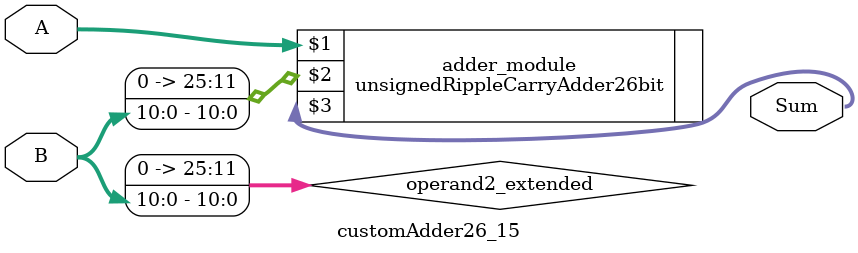
<source format=v>

module customAdder26_15(
                    input [25 : 0] A,
                    input [10 : 0] B,
                    
                    output [26 : 0] Sum
            );

    wire [25 : 0] operand2_extended;
    
    assign operand2_extended =  {15'b0, B};
    
    unsignedRippleCarryAdder26bit adder_module(
        A,
        operand2_extended,
        Sum
    );
    
endmodule
        
</source>
